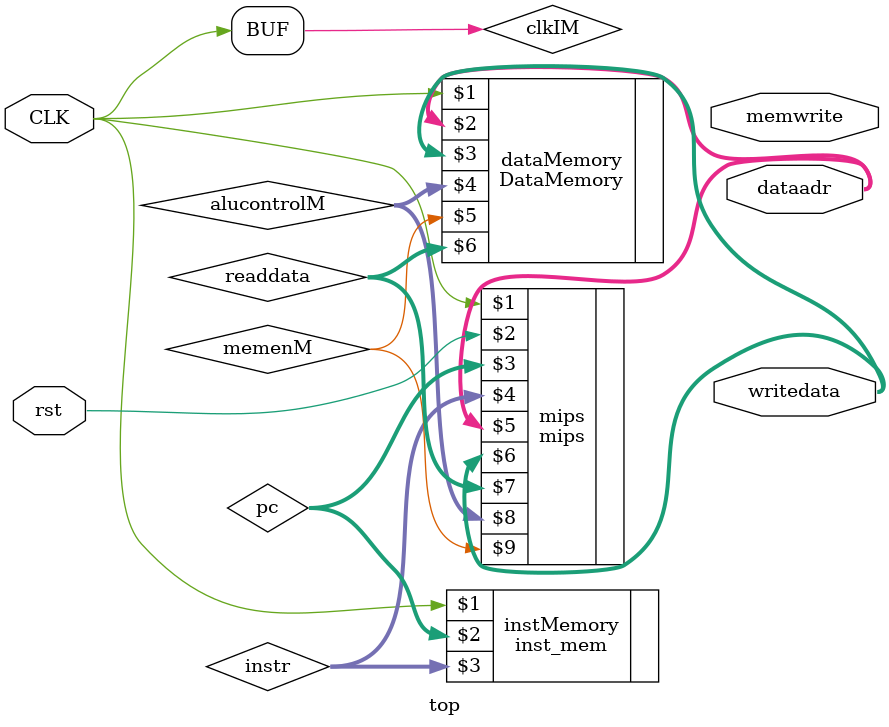
<source format=v>
`timescale 1ns / 1ps


module top(
	input wire CLK,rst,
	output wire [31:0] writedata,dataadr,
	output wire [3:0] memwrite
    );
	reg clkIM = 0;
	always @(CLK) begin
		#1 clkIM <= CLK;
	end
	
	wire[31:0] pc,instr,readdata;
	wire [7:0] alucontrolM;
	wire memenM;
	mips mips(CLK,rst,pc,instr,dataadr,writedata,readdata,alucontrolM,memenM);
	inst_mem instMemory(clkIM,pc[31:0],instr);
	DataMemory dataMemory(CLK, dataadr, writedata, alucontrolM, memenM, readdata);
//	data_mem dmem(clk,{4{memwrite}},dataadr,writedata,readdata);
endmodule

</source>
